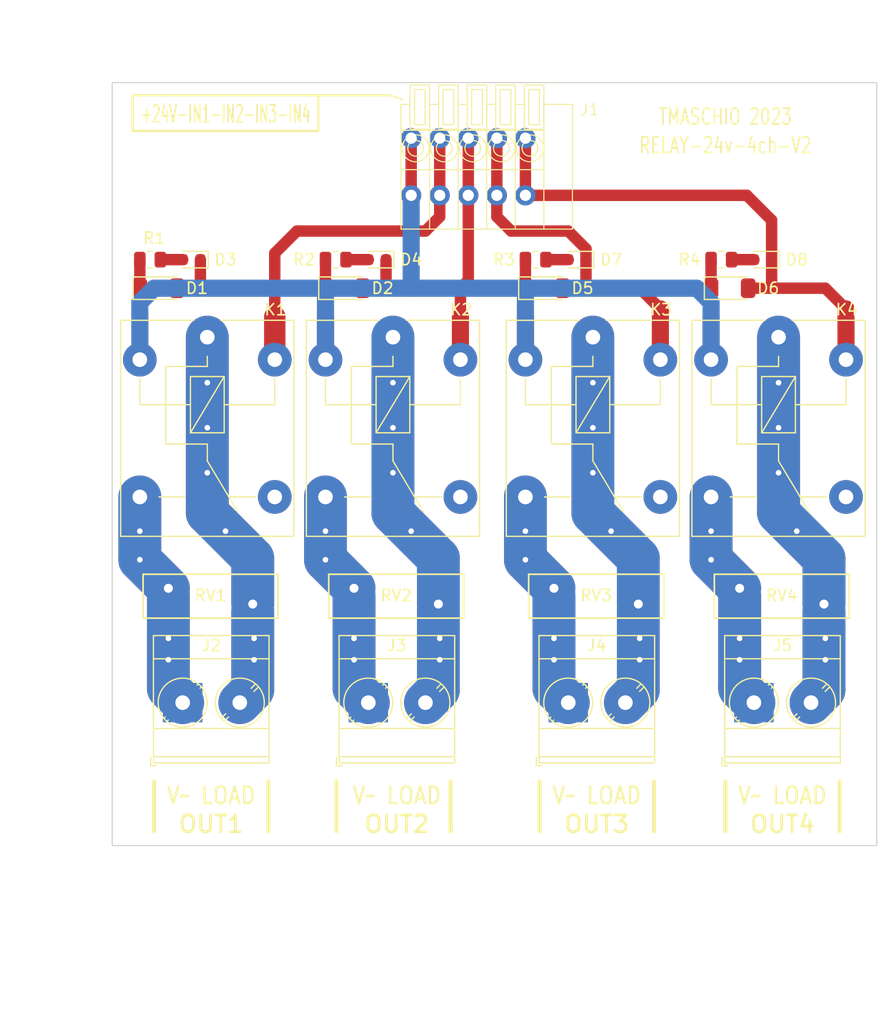
<source format=kicad_pcb>
(kicad_pcb (version 20221018) (generator pcbnew)
  (title_block (title "ESP 8 Relay Module"))
  (layers (0 "F.Cu" signal) (31 "B.Cu" signal) (34 "B.Paste" user) (35 "F.Paste" user) (36 "B.SilkS" user "B.Silkscreen") (37 "F.SilkS" user "F.Silkscreen") (38 "B.Mask" user) (39 "F.Mask" user) (44 "Edge.Cuts" user))
  (net 0 "")
  (net 1 "Net-(D1-A)")
  (net 2 "+24V")
  (net 3 "Net-(D2-A)")
  (net 4 "Net-(D3-A)")
  (net 5 "Net-(D4-A)")
  (net 6 "Net-(D5-A)")
  (net 7 "Net-(D6-A)")
  (net 8 "Net-(D7-A)")
  (net 9 "Net-(D8-A)")
  (net 10 "Net-(J2-Pin_1)")
  (net 11 "Net-(J2-Pin_2)")
  (net 12 "Net-(J3-Pin_1)")
  (net 13 "Net-(J3-Pin_2)")
  (net 14 "Net-(J4-Pin_1)")
  (net 15 "Net-(J4-Pin_2)")
  (net 16 "Net-(J5-Pin_1)")
  (net 17 "Net-(J5-Pin_2)")
  (footprint "Tales:R_0805_2012Metric" (layer "F.Cu") (at 134.2625 73.66)
    (fp_text reference "R3" (at -2.8175 0) (layer "F.SilkS"))
    (fp_text value "4k7/0,125W/0805")
    (pad "1" smd roundrect (at -0.9125 0) (size 1.025 1.4) (layers "F.Cu" "F.Paste" "F.Mask") (roundrect_rratio 0.243902439) (net 2 "+24V"))
    (pad "2" smd roundrect (at 0.9125 0) (size 1.025 1.4) (layers "F.Cu" "F.Paste" "F.Mask") (roundrect_rratio 0.243902439) (net 8 "Net-(D7-A)"))
  )
  (footprint "Relay_THT:Relay_SPDT_Finder_36.11" (layer "F.Cu") (at 121.57 80.55 -90)
    (fp_text reference "K2" (at -2.445 -6.065 -180) (layer "F.SilkS"))
    (fp_text value "SRD-DC24V-SL-C")
    (pad "11" thru_hole circle (at 0 0 270) (size 3 3) (drill 1.3) (layers "*.Cu" "*.Mask") (net 13 "Net-(J3-Pin_2)"))
    (pad "12" thru_hole circle (at 14.2 -6 270) (size 3 3) (drill 1.3) (layers "*.Cu" "*.Mask"))
    (pad "14" thru_hole circle (at 14.2 6 270) (size 3 3) (drill 1.3) (layers "*.Cu" "*.Mask") (net 12 "Net-(J3-Pin_1)"))
    (pad "A1" thru_hole circle (at 2 6 270) (size 3 3) (drill 1.3) (layers "*.Cu" "*.Mask") (net 2 "+24V"))
    (pad "A2" thru_hole circle (at 2 -6 270) (size 3 3) (drill 1.3) (layers "*.Cu" "*.Mask") (net 3 "Net-(D2-A)"))
  )
  (footprint "Tales:D_SOD-123" (layer "F.Cu") (at 117.22 76.2)
    (fp_text reference "D2" (at 3.43 0) (layer "F.SilkS"))
    (fp_text value "1N4148/SOD-123")
    (pad "1" smd roundrect (at -1.65 0) (size 1.3 1.75) (layers "F.Cu" "F.Paste" "F.Mask") (net 2 "+24V"))
    (pad "2" smd roundrect (at 1.65 0) (size 1.3 1.75) (layers "F.Cu" "F.Paste" "F.Mask") (net 3 "Net-(D2-A)"))
  )
  (footprint "Tales:LED_0603_1608Metric" (layer "F.Cu") (at 154.4575 73.66 180)
    (fp_text reference "D8" (at -3.0225 0) (layer "F.SilkS"))
    (fp_text value "GREEN/0603")
    (pad "1" smd roundrect (at -0.7875 0 180) (size 0.875 0.95) (layers "F.Cu" "F.Paste" "F.Mask") (net 7 "Net-(D6-A)"))
    (pad "2" smd roundrect (at 0.7875 0 180) (size 0.875 0.95) (layers "F.Cu" "F.Paste" "F.Mask") (net 9 "Net-(D8-A)"))
  )
  (footprint "Tales:TerminalBlock_Phoenix_MKDS-3-2-5.08_1x02_P5.08mm_Horizontal" (layer "F.Cu") (at 119.38 113.03)
    (fp_text reference "J3" (at 2.54 -5.08) (layer "F.SilkS"))
    (fp_text value "OUT2")
    (pad "1" thru_hole rect (at 0 0) (size 3.5 3.5) (drill 1.3) (layers "*.Cu" "*.Mask") (net 12 "Net-(J3-Pin_1)"))
    (pad "2" thru_hole circle (at 5.08 0) (size 3.5 3.5) (drill 1.3) (layers "*.Cu" "*.Mask") (net 13 "Net-(J3-Pin_2)"))
  )
  (footprint "Tales:R_0805_2012Metric" (layer "F.Cu") (at 150.7725 73.66)
    (fp_text reference "R4" (at -2.8175 0) (layer "F.SilkS"))
    (fp_text value "4k7/0,125W/0805")
    (pad "1" smd roundrect (at -0.9125 0) (size 1.025 1.4) (layers "F.Cu" "F.Paste" "F.Mask") (roundrect_rratio 0.243902439) (net 2 "+24V"))
    (pad "2" smd roundrect (at 0.9125 0) (size 1.025 1.4) (layers "F.Cu" "F.Paste" "F.Mask") (roundrect_rratio 0.243902439) (net 9 "Net-(D8-A)"))
  )
  (footprint "Tales:LED_0603_1608Metric" (layer "F.Cu") (at 103.6575 73.66 180)
    (fp_text reference "D3" (at -3.0225 0) (layer "F.SilkS"))
    (fp_text value "GREEN/0603")
    (pad "1" smd roundrect (at -0.7875 0 180) (size 0.875 0.95) (layers "F.Cu" "F.Paste" "F.Mask") (net 1 "Net-(D1-A)"))
    (pad "2" smd roundrect (at 0.7875 0 180) (size 0.875 0.95) (layers "F.Cu" "F.Paste" "F.Mask") (net 4 "Net-(D3-A)"))
  )
  (footprint "Tales:R_0805_2012Metric" (layer "F.Cu") (at 116.4825 73.66)
    (fp_text reference "R2" (at -2.8175 0) (layer "F.SilkS"))
    (fp_text value "4k7/0,125W/0805")
    (pad "1" smd roundrect (at -0.9125 0) (size 1.025 1.4) (layers "F.Cu" "F.Paste" "F.Mask") (roundrect_rratio 0.243902439) (net 2 "+24V"))
    (pad "2" smd roundrect (at 0.9125 0) (size 1.025 1.4) (layers "F.Cu" "F.Paste" "F.Mask") (roundrect_rratio 0.243902439) (net 5 "Net-(D4-A)"))
  )
  (footprint "Tales:D_SOD-123" (layer "F.Cu") (at 100.71 76.2)
    (fp_text reference "D1" (at 3.43 0) (layer "F.SilkS"))
    (fp_text value "1N4148/SOD-123")
    (pad "1" smd roundrect (at -1.65 0) (size 1.3 1.75) (layers "F.Cu" "F.Paste" "F.Mask") (net 2 "+24V"))
    (pad "2" smd roundrect (at 1.65 0) (size 1.3 1.75) (layers "F.Cu" "F.Paste" "F.Mask") (net 1 "Net-(D1-A)"))
  )
  (footprint "Tales:RV_Disc_D12mm_W3.9mm_P7.5mm" (layer "F.Cu") (at 101.6 102.87)
    (fp_text reference "RV1" (at 3.75 0.635) (layer "F.SilkS"))
    (fp_text value "250VAC")
    (pad "1" thru_hole circle (at 0 0) (size 2.5 2.5) (drill 0.8) (layers "*.Cu" "*.Mask") (net 10 "Net-(J2-Pin_1)"))
    (pad "2" thru_hole circle (at 7.5 1.4) (size 2.5 2.5) (drill 0.8) (layers "*.Cu" "*.Mask") (net 11 "Net-(J2-Pin_2)"))
  )
  (footprint "Relay_THT:Relay_SPDT_Finder_36.11" (layer "F.Cu") (at 139.35 80.55 -90)
    (fp_text reference "K3" (at -2.445 -6.065 -180) (layer "F.SilkS"))
    (fp_text value "SRD-DC24V-SL-C")
    (pad "11" thru_hole circle (at 0 0 270) (size 3 3) (drill 1.3) (layers "*.Cu" "*.Mask") (net 15 "Net-(J4-Pin_2)"))
    (pad "12" thru_hole circle (at 14.2 -6 270) (size 3 3) (drill 1.3) (layers "*.Cu" "*.Mask"))
    (pad "14" thru_hole circle (at 14.2 6 270) (size 3 3) (drill 1.3) (layers "*.Cu" "*.Mask") (net 14 "Net-(J4-Pin_1)"))
    (pad "A1" thru_hole circle (at 2 6 270) (size 3 3) (drill 1.3) (layers "*.Cu" "*.Mask") (net 2 "+24V"))
    (pad "A2" thru_hole circle (at 2 -6 270) (size 3 3) (drill 1.3) (layers "*.Cu" "*.Mask") (net 6 "Net-(D5-A)"))
  )
  (footprint "Tales:TerminalBlock_Phoenix_MKDS-3-2-5.08_1x02_P5.08mm_Horizontal" (layer "F.Cu") (at 153.67 113.03)
    (fp_text reference "J5" (at 2.54 -5.08) (layer "F.SilkS"))
    (fp_text value "OUT4")
    (pad "1" thru_hole rect (at 0 0) (size 3.5 3.5) (drill 1.3) (layers "*.Cu" "*.Mask") (net 16 "Net-(J5-Pin_1)"))
    (pad "2" thru_hole circle (at 5.08 0) (size 3.5 3.5) (drill 1.3) (layers "*.Cu" "*.Mask") (net 17 "Net-(J5-Pin_2)"))
  )
  (footprint "Tales:D_SOD-123" (layer "F.Cu") (at 135 76.2)
    (fp_text reference "D5" (at 3.43 0) (layer "F.SilkS"))
    (fp_text value "1N4148/SOD-123")
    (pad "1" smd roundrect (at -1.65 0) (size 1.3 1.75) (layers "F.Cu" "F.Paste" "F.Mask") (net 2 "+24V"))
    (pad "2" smd roundrect (at 1.65 0) (size 1.3 1.75) (layers "F.Cu" "F.Paste" "F.Mask") (net 6 "Net-(D5-A)"))
  )
  (footprint "Tales:TerminalBlock_DG141V-2.54-5P_1x05_P2.54mm_Vertical" (layer "F.Cu") (at 133.35 62.865 180)
    (fp_text reference "J1" (at -5.715 2.54 unlocked) (layer "F.SilkS") (effects (font (thickness 0.1))))
    (fp_text value "Conn_01x05")
    (pad "1" thru_hole circle (at 0 -5.08 180) (size 1.8 1.8) (drill 1) (layers "*.Cu" "*.Mask") (net 7 "Net-(D6-A)"))
    (pad "1" thru_hole circle (at 0 0 180) (size 1.8 1.8) (drill 1) (layers "*.Cu" "*.Mask") (net 7 "Net-(D6-A)"))
    (pad "2" thru_hole circle (at 2.54 -5.08 180) (size 1.8 1.8) (drill 1) (layers "*.Cu" "*.Mask") (net 6 "Net-(D5-A)"))
    (pad "2" thru_hole circle (at 2.54 0 180) (size 1.8 1.8) (drill 1) (layers "*.Cu" "*.Mask") (net 6 "Net-(D5-A)"))
    (pad "3" thru_hole circle (at 5.08 -5.08 180) (size 1.8 1.8) (drill 1) (layers "*.Cu" "*.Mask") (net 3 "Net-(D2-A)"))
    (pad "3" thru_hole circle (at 5.08 0 180) (size 1.8 1.8) (drill 1) (layers "*.Cu" "*.Mask") (net 3 "Net-(D2-A)"))
    (pad "4" thru_hole circle (at 7.62 -5.08 180) (size 1.8 1.8) (drill 1) (layers "*.Cu" "*.Mask") (net 1 "Net-(D1-A)"))
    (pad "4" thru_hole circle (at 7.62 0 180) (size 1.8 1.8) (drill 1) (layers "*.Cu" "*.Mask") (net 1 "Net-(D1-A)"))
    (pad "5" thru_hole circle (at 10.16 -5.08 180) (size 1.8 1.8) (drill 1) (layers "*.Cu" "*.Mask") (net 2 "+24V"))
    (pad "5" thru_hole circle (at 10.16 0 180) (size 1.8 1.8) (drill 1) (layers "*.Cu" "*.Mask") (net 2 "+24V"))
  )
  (footprint "Tales:TerminalBlock_Phoenix_MKDS-3-2-5.08_1x02_P5.08mm_Horizontal" (layer "F.Cu") (at 102.87 113.03)
    (fp_text reference "J2" (at 2.54 -5.08) (layer "F.SilkS"))
    (fp_text value "OUT1")
    (pad "1" thru_hole rect (at 0 0) (size 3.5 3.5) (drill 1.3) (layers "*.Cu" "*.Mask") (net 10 "Net-(J2-Pin_1)"))
    (pad "2" thru_hole circle (at 5.08 0) (size 3.5 3.5) (drill 1.3) (layers "*.Cu" "*.Mask") (net 11 "Net-(J2-Pin_2)"))
  )
  (footprint "Tales:LED_0603_1608Metric" (layer "F.Cu") (at 120.1675 73.66 180)
    (fp_text reference "D4" (at -3.0225 0) (layer "F.SilkS"))
    (fp_text value "GREEN/0603")
    (pad "1" smd roundrect (at -0.7875 0 180) (size 0.875 0.95) (layers "F.Cu" "F.Paste" "F.Mask") (net 3 "Net-(D2-A)"))
    (pad "2" smd roundrect (at 0.7875 0 180) (size 0.875 0.95) (layers "F.Cu" "F.Paste" "F.Mask") (net 5 "Net-(D4-A)"))
  )
  (footprint "Tales:RV_Disc_D12mm_W3.9mm_P7.5mm" (layer "F.Cu") (at 152.4 102.87)
    (fp_text reference "RV4" (at 3.75 0.635) (layer "F.SilkS"))
    (fp_text value "250VAC")
    (pad "1" thru_hole circle (at 0 0) (size 2.5 2.5) (drill 0.8) (layers "*.Cu" "*.Mask") (net 16 "Net-(J5-Pin_1)"))
    (pad "2" thru_hole circle (at 7.5 1.4) (size 2.5 2.5) (drill 0.8) (layers "*.Cu" "*.Mask") (net 17 "Net-(J5-Pin_2)"))
  )
  (footprint "Tales:RV_Disc_D12mm_W3.9mm_P7.5mm" (layer "F.Cu") (at 118.11 102.87)
    (fp_text reference "RV2" (at 3.75 0.635) (layer "F.SilkS"))
    (fp_text value "250VAC")
    (pad "1" thru_hole circle (at 0 0) (size 2.5 2.5) (drill 0.8) (layers "*.Cu" "*.Mask") (net 12 "Net-(J3-Pin_1)"))
    (pad "2" thru_hole circle (at 7.5 1.4) (size 2.5 2.5) (drill 0.8) (layers "*.Cu" "*.Mask") (net 13 "Net-(J3-Pin_2)"))
  )
  (footprint "Tales:D_SOD-123" (layer "F.Cu") (at 151.51 76.2)
    (fp_text reference "D6" (at 3.43 0) (layer "F.SilkS"))
    (fp_text value "1N4148/SOD-123")
    (pad "1" smd roundrect (at -1.65 0) (size 1.3 1.75) (layers "F.Cu" "F.Paste" "F.Mask") (net 2 "+24V"))
    (pad "2" smd roundrect (at 1.65 0) (size 1.3 1.75) (layers "F.Cu" "F.Paste" "F.Mask") (net 7 "Net-(D6-A)"))
  )
  (footprint "Relay_THT:Relay_SPDT_Finder_36.11" (layer "F.Cu") (at 105.06 80.55 -90)
    (fp_text reference "K1" (at -2.445 -6.065 -180) (layer "F.SilkS"))
    (fp_text value "SRD-DC24V-SL-C")
    (pad "11" thru_hole circle (at 0 0 270) (size 3 3) (drill 1.3) (layers "*.Cu" "*.Mask") (net 11 "Net-(J2-Pin_2)"))
    (pad "12" thru_hole circle (at 14.2 -6 270) (size 3 3) (drill 1.3) (layers "*.Cu" "*.Mask"))
    (pad "14" thru_hole circle (at 14.2 6 270) (size 3 3) (drill 1.3) (layers "*.Cu" "*.Mask") (net 10 "Net-(J2-Pin_1)"))
    (pad "A1" thru_hole circle (at 2 6 270) (size 3 3) (drill 1.3) (layers "*.Cu" "*.Mask") (net 2 "+24V"))
    (pad "A2" thru_hole circle (at 2 -6 270) (size 3 3) (drill 1.3) (layers "*.Cu" "*.Mask") (net 1 "Net-(D1-A)"))
  )
  (footprint "Tales:RV_Disc_D12mm_W3.9mm_P7.5mm" (layer "F.Cu") (at 135.89 102.87)
    (fp_text reference "RV3" (at 3.75 0.635) (layer "F.SilkS"))
    (fp_text value "250VAC")
    (pad "1" thru_hole circle (at 0 0) (size 2.5 2.5) (drill 0.8) (layers "*.Cu" "*.Mask") (net 14 "Net-(J4-Pin_1)"))
    (pad "2" thru_hole circle (at 7.5 1.4) (size 2.5 2.5) (drill 0.8) (layers "*.Cu" "*.Mask") (net 15 "Net-(J4-Pin_2)"))
  )
  (footprint "Tales:R_0805_2012Metric" (layer "F.Cu") (at 99.9725 73.66)
    (fp_text reference "R1" (at 0.3575 -1.905) (layer "F.SilkS"))
    (fp_text value "4k7/0,125W/0805")
    (pad "1" smd roundrect (at -0.9125 0) (size 1.025 1.4) (layers "F.Cu" "F.Paste" "F.Mask") (roundrect_rratio 0.243902439) (net 2 "+24V"))
    (pad "2" smd roundrect (at 0.9125 0) (size 1.025 1.4) (layers "F.Cu" "F.Paste" "F.Mask") (roundrect_rratio 0.243902439) (net 4 "Net-(D3-A)"))
  )
  (footprint "Tales:TerminalBlock_Phoenix_MKDS-3-2-5.08_1x02_P5.08mm_Horizontal" (layer "F.Cu") (at 137.16 113.03)
    (fp_text reference "J4" (at 2.54 -5.08) (layer "F.SilkS"))
    (fp_text value "OUT3")
    (pad "1" thru_hole rect (at 0 0) (size 3.5 3.5) (drill 1.3) (layers "*.Cu" "*.Mask") (net 14 "Net-(J4-Pin_1)"))
    (pad "2" thru_hole circle (at 5.08 0) (size 3.5 3.5) (drill 1.3) (layers "*.Cu" "*.Mask") (net 15 "Net-(J4-Pin_2)"))
  )
  (footprint "Tales:LED_0603_1608Metric" (layer "F.Cu") (at 137.9475 73.66 180)
    (fp_text reference "D7" (at -3.0225 0) (layer "F.SilkS"))
    (fp_text value "GREEN/0603")
    (pad "1" smd roundrect (at -0.7875 0 180) (size 0.875 0.95) (layers "F.Cu" "F.Paste" "F.Mask") (net 6 "Net-(D5-A)"))
    (pad "2" smd roundrect (at 0.7875 0 180) (size 0.875 0.95) (layers "F.Cu" "F.Paste" "F.Mask") (net 8 "Net-(D7-A)"))
  )
  (footprint "Relay_THT:Relay_SPDT_Finder_36.11" (layer "F.Cu") (at 155.86 80.55 -90)
    (fp_text reference "K4" (at -2.445 -6.065 -180) (layer "F.SilkS"))
    (fp_text value "SRD-DC24V-SL-C")
    (pad "11" thru_hole circle (at 0 0 270) (size 3 3) (drill 1.3) (layers "*.Cu" "*.Mask") (net 17 "Net-(J5-Pin_2)"))
    (pad "12" thru_hole circle (at 14.2 -6 270) (size 3 3) (drill 1.3) (layers "*.Cu" "*.Mask"))
    (pad "14" thru_hole circle (at 14.2 6 270) (size 3 3) (drill 1.3) (layers "*.Cu" "*.Mask") (net 16 "Net-(J5-Pin_1)"))
    (pad "A1" thru_hole circle (at 2 6 270) (size 3 3) (drill 1.3) (layers "*.Cu" "*.Mask") (net 2 "+24V"))
    (pad "A2" thru_hole circle (at 2 -6 270) (size 3 3) (drill 1.3) (layers "*.Cu" "*.Mask") (net 7 "Net-(D6-A)"))
  )
  (gr_line (start 114.935 59.055) (end 114.935 62.23) (stroke (width 0.2)) (layer "F.SilkS"))
  (gr_line (start 134.62 120.015) (end 134.62 124.46) (stroke (width 0.35)) (layer "F.SilkS"))
  (gr_line (start 144.78 120.015) (end 144.78 124.46) (stroke (width 0.35)) (layer "F.SilkS"))
  (gr_line (start 151.13 120.015) (end 151.13 124.46) (stroke (width 0.35)) (layer "F.SilkS"))
  (gr_line (start 98.425 62.23) (end 98.425 59.055) (stroke (width 0.2)) (layer "F.SilkS"))
  (gr_line (start 121.285 59.055) (end 122.428 59.436) (stroke (width 0.15)) (layer "F.SilkS"))
  (gr_line (start 98.425 59.055) (end 121.285 59.055) (stroke (width 0.2)) (layer "F.SilkS"))
  (gr_line (start 110.49 120.015) (end 110.49 124.46) (stroke (width 0.35)) (layer "F.SilkS"))
  (gr_line (start 114.935 62.23) (end 98.425 62.23) (stroke (width 0.2)) (layer "F.SilkS"))
  (gr_line (start 126.7 120.015) (end 126.7 124.46) (stroke (width 0.35)) (layer "F.SilkS"))
  (gr_line (start 100.33 120.015) (end 100.33 124.46) (stroke (width 0.35)) (layer "F.SilkS"))
  (gr_line (start 161.29 120.015) (end 161.29 124.46) (stroke (width 0.35)) (layer "F.SilkS"))
  (gr_line (start 116.54 120.015) (end 116.54 124.46) (stroke (width 0.35)) (layer "F.SilkS"))
  (gr_rect (start 96.6 57.93) (end 164.6 125.73) (stroke (width 0.1)) (fill none) (layer "Edge.Cuts"))
  (gr_text "OUT2" (at 121.92 123.825) (layer "F.SilkS") (effects (font (size 1.5 1.5) (thickness 0.25))))
  (gr_text "OUT1" (at 105.41 123.825) (layer "F.SilkS") (effects (font (size 1.5 1.5) (thickness 0.25))))
  (gr_text "OUT3" (at 139.7 123.825) (layer "F.SilkS") (effects (font (size 1.5 1.5) (thickness 0.25))))
  (gr_text "OUT4" (at 156.21 123.825) (layer "F.SilkS") (effects (font (size 1.5 1.5) (thickness 0.25))))
  (gr_text "RELAY-24v-4ch-V2" (at 151.13 63.5) (layer "F.SilkS") (effects (font (size 1.4 1))))
  (gr_text "TMASCHIO 2023" (at 151.13 60.96) (layer "F.SilkS") (effects (font (size 1.4 1))))
  (gr_text "+24V-IN1-IN2-IN3-IN4" (at 99.06 61.595) (layer "F.SilkS") (effects (font (size 1.5 0.8) (thickness 0.15) bold) (justify left bottom)))
  (gr_text "V~ LOAD" (at 121.92 121.285) (layer "F.SilkS") (effects (font (size 1.5 1.3) (thickness 0.2))))
  (gr_text "V~ LOAD" (at 156.21 121.285) (layer "F.SilkS") (effects (font (size 1.5 1.3) (thickness 0.2))))
  (gr_text "V~ LOAD" (at 105.41 121.285) (layer "F.SilkS") (effects (font (size 1.5 1.3) (thickness 0.2))))
  (gr_text "V~ LOAD" (at 139.7 121.285) (layer "F.SilkS") (effects (font (size 1.5 1.3) (thickness 0.2))))
  (segment (start 125.73 69.85) (end 124.46 71.12) (width 1.016) (layer "F.Cu") (net 1))
  (segment (start 102.36 76.2) (end 104.445 76.2) (width 1.016) (layer "F.Cu") (net 1))
  (segment (start 111.06 82.55) (end 111.06 78.74) (width 1.905) (layer "F.Cu") (net 1))
  (segment (start 113.03 71.12) (end 111.06 73.09) (width 1.016) (layer "F.Cu") (net 1))
  (segment (start 104.445 76.2) (end 111.06 76.2) (width 1.016) (layer "F.Cu") (net 1))
  (segment (start 125.73 67.945) (end 125.73 69.85) (width 1.016) (layer "F.Cu") (net 1))
  (segment (start 125.73 67.945) (end 125.73 62.865) (width 1.016) (layer "F.Cu") (net 1))
  (segment (start 104.445 73.66) (end 104.445 76.2) (width 1.016) (layer "F.Cu") (net 1))
  (segment (start 111.06 76.2) (end 111.06 78.74) (width 1.016) (layer "F.Cu") (net 1))
  (segment (start 111.06 73.09) (end 111.06 76.2) (width 1.016) (layer "F.Cu") (net 1))
  (segment (start 124.46 71.12) (end 113.03 71.12) (width 1.016) (layer "F.Cu") (net 1))
  (segment (start 149.86 76.2) (end 149.86 78.74) (width 1.016) (layer "F.Cu") (net 2))
  (segment (start 99.06 73.66) (end 99.06 76.2) (width 1.016) (layer "F.Cu") (net 2))
  (segment (start 133.35 76.2) (end 133.35 78.74) (width 1.016) (layer "F.Cu") (net 2))
  (segment (start 133.35 73.66) (end 133.35 76.2) (width 1.016) (layer "F.Cu") (net 2))
  (segment (start 149.86 73.66) (end 149.86 76.2) (width 1.016) (layer "F.Cu") (net 2))
  (segment (start 99.06 78.74) (end 99.06 82.55) (width 1.524) (layer "F.Cu") (net 2))
  (segment (start 115.57 73.66) (end 115.57 76.2) (width 1.016) (layer "F.Cu") (net 2))
  (segment (start 115.57 76.2) (end 115.57 78.74) (width 1.016) (layer "F.Cu") (net 2))
  (segment (start 123.19 67.945) (end 123.19 62.865) (width 1.016) (layer "F.Cu") (net 2))
  (segment (start 99.06 76.2) (end 99.06 78.74) (width 1.016) (layer "F.Cu") (net 2))
  (segment (start 115.57 78.74) (end 115.57 82.55) (width 1.524) (layer "F.Cu") (net 2))
  (segment (start 149.86 78.74) (end 149.86 82.55) (width 1.524) (layer "F.Cu") (net 2))
  (segment (start 133.35 78.74) (end 133.35 82.55) (width 1.524) (layer "F.Cu") (net 2))
  (segment (start 99.06 82.55) (end 99.06 77.47) (width 1.524) (layer "B.Cu") (net 2))
  (segment (start 149.86 77.47) (end 149.86 82.55) (width 1.524) (layer "B.Cu") (net 2))
  (segment (start 99.06 77.47) (end 100.33 76.2) (width 1.524) (layer "B.Cu") (net 2))
  (segment (start 100.33 76.2) (end 123.19 76.2) (width 1.524) (layer "B.Cu") (net 2))
  (segment (start 115.57 82.55) (end 115.57 76.2) (width 1.524) (layer "B.Cu") (net 2))
  (segment (start 123.19 76.2) (end 148.59 76.2) (width 1.524) (layer "B.Cu") (net 2))
  (segment (start 133.35 82.55) (end 133.35 76.2) (width 1.524) (layer "B.Cu") (net 2))
  (segment (start 123.19 67.945) (end 123.19 76.2) (width 1.524) (layer "B.Cu") (net 2))
  (segment (start 148.59 76.2) (end 149.86 77.47) (width 1.524) (layer "B.Cu") (net 2))
  (segment (start 118.87 76.2) (end 120.955 76.2) (width 1.016) (layer "F.Cu") (net 3))
  (segment (start 128.27 75.5) (end 127.57 76.2) (width 1.016) (layer "F.Cu") (net 3))
  (segment (start 128.27 67.945) (end 128.27 75.5) (width 1.016) (layer "F.Cu") (net 3))
  (segment (start 127.57 76.2) (end 127.57 78.74) (width 1.016) (layer "F.Cu") (net 3))
  (segment (start 120.955 73.66) (end 120.955 76.2) (width 1.016) (layer "F.Cu") (net 3))
  (segment (start 128.27 67.945) (end 128.27 62.865) (width 1.016) (layer "F.Cu") (net 3))
  (segment (start 120.955 76.2) (end 127.57 76.2) (width 1.016) (layer "F.Cu") (net 3))
  (segment (start 127.57 82.55) (end 127.57 78.74) (width 1.524) (layer "F.Cu") (net 3))
  (segment (start 102.87 73.66) (end 100.885 73.66) (width 1.016) (layer "F.Cu") (net 4))
  (segment (start 119.38 73.66) (end 117.395 73.66) (width 1.016) (layer "F.Cu") (net 5))
  (segment (start 136.65 76.2) (end 138.735 76.2) (width 1.016) (layer "F.Cu") (net 6))
  (segment (start 132.08 71.12) (end 137.16 71.12) (width 1.016) (layer "F.Cu") (net 6))
  (segment (start 138.735 73.66) (end 138.735 76.2) (width 1.016) (layer "F.Cu") (net 6))
  (segment (start 138.735 73.66) (end 138.735 72.695) (width 1.016) (layer "F.Cu") (net 6))
  (segment (start 130.81 67.945) (end 130.81 69.85) (width 1.016) (layer "F.Cu") (net 6))
  (segment (start 130.81 67.945) (end 130.81 62.865) (width 1.016) (layer "F.Cu") (net 6))
  (segment (start 138.735 72.695) (end 137.16 71.12) (width 1.016) (layer "F.Cu") (net 6))
  (segment (start 138.735 76.2) (end 143.51 76.2) (width 1.016) (layer "F.Cu") (net 6))
  (segment (start 130.81 69.85) (end 132.08 71.12) (width 1.016) (layer "F.Cu") (net 6))
  (segment (start 143.51 76.2) (end 145.35 78.04) (width 1.016) (layer "F.Cu") (net 6))
  (segment (start 145.35 78.04) (end 145.35 82.55) (width 1.524) (layer "F.Cu") (net 6))
  (segment (start 160.02 76.2) (end 161.86 78.04) (width 1.016) (layer "F.Cu") (net 7))
  (segment (start 155.245 73.66) (end 155.245 76.2) (width 1.016) (layer "F.Cu") (net 7))
  (segment (start 153.16 76.2) (end 155.245 76.2) (width 1.016) (layer "F.Cu") (net 7))
  (segment (start 155.245 70.155) (end 155.245 73.66) (width 1.016) (layer "F.Cu") (net 7))
  (segment (start 133.35 67.945) (end 153.035 67.945) (width 1.016) (layer "F.Cu") (net 7))
  (segment (start 133.35 67.945) (end 133.35 62.865) (width 1.016) (layer "F.Cu") (net 7))
  (segment (start 155.245 76.2) (end 160.02 76.2) (width 1.016) (layer "F.Cu") (net 7))
  (segment (start 153.035 67.945) (end 155.245 70.155) (width 1.016) (layer "F.Cu") (net 7))
  (segment (start 161.86 78.04) (end 161.86 82.55) (width 1.524) (layer "F.Cu") (net 7))
  (segment (start 137.16 73.66) (end 135.175 73.66) (width 1.016) (layer "F.Cu") (net 8))
  (segment (start 153.67 73.66) (end 151.685 73.66) (width 1.016) (layer "F.Cu") (net 9))
  (segment (start 101.6 111.76) (end 102.87 113.03) (width 3.81) (layer "F.Cu") (net 10))
  (segment (start 101.6 102.87) (end 99.06 100.33) (width 3.81) (layer "F.Cu") (net 10))
  (segment (start 99.06 100.33) (end 99.06 94.75) (width 3.81) (layer "F.Cu") (net 10))
  (segment (start 101.6 103.505) (end 101.6 111.76) (width 3.81) (layer "F.Cu") (net 10))
  (via (at 101.6 107.315) (size 1.3) (drill 0.5) (layers "F.Cu" "B.Cu") (net 10))
  (via (at 101.6 109.22) (size 1.3) (drill 0.5) (layers "F.Cu" "B.Cu") (net 10))
  (via (at 99.06 100.33) (size 1.3) (drill 0.5) (layers "F.Cu" "B.Cu") (net 10))
  (via (at 99.06 97.79) (size 1.3) (drill 0.5) (layers "F.Cu" "B.Cu") (net 10))
  (segment (start 101.6 102.87) (end 99.06 100.33) (width 3.81) (layer "B.Cu") (net 10))
  (segment (start 99.06 100.33) (end 99.06 94.75) (width 3.81) (layer "B.Cu") (net 10))
  (segment (start 101.6 103.505) (end 101.6 111.76) (width 3.81) (layer "B.Cu") (net 10))
  (segment (start 101.6 111.76) (end 102.87 113.03) (width 3.81) (layer "B.Cu") (net 10))
  (segment (start 109.1 111.88) (end 107.95 113.03) (width 3.81) (layer "F.Cu") (net 11))
  (segment (start 109.1 104.905) (end 109.1 111.88) (width 3.81) (layer "F.Cu") (net 11))
  (segment (start 105.06 80.55) (end 105.06 96.17) (width 3.81) (layer "F.Cu") (net 11))
  (segment (start 109.1 100.21) (end 105.06 96.17) (width 3.81) (layer "F.Cu") (net 11))
  (segment (start 109.1 104.27) (end 109.1 100.21) (width 3.81) (layer "F.Cu") (net 11))
  (via (at 105.06 88.6) (size 1.3) (drill 0.5) (layers "F.Cu" "B.Cu") (net 11))
  (via (at 106.68 97.79) (size 1.3) (drill 0.5) (layers "F.Cu" "B.Cu") (net 11))
  (via (at 105.06 92.6) (size 1.3) (drill 0.5) (layers "F.Cu" "B.Cu") (net 11))
  (via (at 109.22 109.219999) (size 1.3) (drill 0.5) (layers "F.Cu" "B.Cu") (net 11))
  (via (at 105.06 84.6) (size 1.3) (drill 0.5) (layers "F.Cu" "B.Cu") (net 11))
  (via (at 109.22 107.315) (size 1.3) (drill 0.5) (layers "F.Cu" "B.Cu") (net 11))
  (segment (start 109.1 104.27) (end 109.1 100.21) (width 3.81) (layer "B.Cu") (net 11))
  (segment (start 109.1 104.905) (end 109.1 111.88) (width 3.81) (layer "B.Cu") (net 11))
  (segment (start 109.1 100.21) (end 105.06 96.17) (width 3.81) (layer "B.Cu") (net 11))
  (segment (start 105.06 96.17) (end 105.06 80.55) (width 3.81) (layer "B.Cu") (net 11))
  (segment (start 109.1 111.88) (end 107.95 113.03) (width 3.81) (layer "B.Cu") (net 11))
  (segment (start 118.11 102.87) (end 115.57 100.33) (width 3.81) (layer "F.Cu") (net 12))
  (segment (start 118.11 103.505) (end 118.11 111.76) (width 3.81) (layer "F.Cu") (net 12))
  (segment (start 118.11 111.76) (end 119.38 113.03) (width 3.81) (layer "F.Cu") (net 12))
  (segment (start 115.57 100.33) (end 115.57 94.75) (width 3.81) (layer "F.Cu") (net 12))
  (via (at 118.11 109.22) (size 1.3) (drill 0.5) (layers "F.Cu" "B.Cu") (net 12))
  (via (at 115.57 97.79) (size 1.3) (drill 0.5) (layers "F.Cu" "B.Cu") (net 12))
  (via (at 118.11 107.315) (size 1.3) (drill 0.5) (layers "F.Cu" "B.Cu") (net 12))
  (via (at 115.57 100.33) (size 1.3) (drill 0.5) (layers "F.Cu" "B.Cu") (net 12))
  (segment (start 115.57 100.33) (end 115.57 94.75) (width 3.81) (layer "B.Cu") (net 12))
  (segment (start 118.11 111.76) (end 119.38 113.03) (width 3.81) (layer "B.Cu") (net 12))
  (segment (start 118.11 103.505) (end 118.11 111.76) (width 3.81) (layer "B.Cu") (net 12))
  (segment (start 118.11 102.87) (end 115.57 100.33) (width 3.81) (layer "B.Cu") (net 12))
  (segment (start 125.61 104.27) (end 125.61 100.21) (width 3.81) (layer "F.Cu") (net 13))
  (segment (start 125.61 111.88) (end 124.46 113.03) (width 3.81) (layer "F.Cu") (net 13))
  (segment (start 125.61 100.21) (end 121.57 96.17) (width 3.81) (layer "F.Cu") (net 13))
  (segment (start 121.57 80.55) (end 121.57 96.17) (width 3.81) (layer "F.Cu") (net 13))
  (segment (start 125.61 104.905) (end 125.61 111.88) (width 3.81) (layer "F.Cu") (net 13))
  (via (at 121.57 92.6) (size 1.3) (drill 0.5) (layers "F.Cu" "B.Cu") (net 13))
  (via (at 125.73 107.315) (size 1.3) (drill 0.5) (layers "F.Cu" "B.Cu") (net 13))
  (via (at 121.57 84.6) (size 1.3) (drill 0.5) (layers "F.Cu" "B.Cu") (net 13))
  (via (at 121.57 88.6) (size 1.3) (drill 0.5) (layers "F.Cu" "B.Cu") (net 13))
  (via (at 123.19 97.79) (size 1.3) (drill 0.5) (layers "F.Cu" "B.Cu") (net 13))
  (via (at 125.73 109.219999) (size 1.3) (drill 0.5) (layers "F.Cu" "B.Cu") (net 13))
  (segment (start 125.61 104.905) (end 125.61 111.88) (width 3.81) (layer "B.Cu") (net 13))
  (segment (start 125.61 104.27) (end 125.61 100.21) (width 3.81) (layer "B.Cu") (net 13))
  (segment (start 125.61 111.88) (end 124.46 113.03) (width 3.81) (layer "B.Cu") (net 13))
  (segment (start 121.57 96.17) (end 121.57 80.55) (width 3.81) (layer "B.Cu") (net 13))
  (segment (start 125.61 100.21) (end 121.57 96.17) (width 3.81) (layer "B.Cu") (net 13))
  (segment (start 135.89 102.87) (end 133.35 100.33) (width 3.81) (layer "F.Cu") (net 14))
  (segment (start 133.35 100.33) (end 133.35 94.75) (width 3.81) (layer "F.Cu") (net 14))
  (segment (start 135.89 111.76) (end 137.16 113.03) (width 3.81) (layer "F.Cu") (net 14))
  (segment (start 135.89 103.505) (end 135.89 111.76) (width 3.81) (layer "F.Cu") (net 14))
  (via (at 135.89 109.22) (size 1.3) (drill 0.5) (layers "F.Cu" "B.Cu") (net 14))
  (via (at 133.35 100.33) (size 1.3) (drill 0.5) (layers "F.Cu" "B.Cu") (net 14))
  (via (at 133.35 97.79) (size 1.3) (drill 0.5) (layers "F.Cu" "B.Cu") (net 14))
  (via (at 135.89 107.315) (size 1.3) (drill 0.5) (layers "F.Cu" "B.Cu") (net 14))
  (segment (start 135.89 111.76) (end 137.16 113.03) (width 3.81) (layer "B.Cu") (net 14))
  (segment (start 135.89 102.87) (end 133.35 100.33) (width 3.81) (layer "B.Cu") (net 14))
  (segment (start 135.89 103.505) (end 135.89 111.76) (width 3.81) (layer "B.Cu") (net 14))
  (segment (start 133.35 100.33) (end 133.35 94.75) (width 3.81) (layer "B.Cu") (net 14))
  (segment (start 143.39 104.27) (end 143.39 100.21) (width 3.81) (layer "F.Cu") (net 15))
  (segment (start 143.39 111.88) (end 142.24 113.03) (width 3.81) (layer "F.Cu") (net 15))
  (segment (start 139.35 80.55) (end 139.35 96.17) (width 3.81) (layer "F.Cu") (net 15))
  (segment (start 143.39 104.905) (end 143.39 111.88) (width 3.81) (layer "F.Cu") (net 15))
  (segment (start 143.39 100.21) (end 139.35 96.17) (width 3.81) (layer "F.Cu") (net 15))
  (via (at 139.35 92.6) (size 1.3) (drill 0.5) (layers "F.Cu" "B.Cu") (net 15))
  (via (at 140.97 97.79) (size 1.3) (drill 0.5) (layers "F.Cu" "B.Cu") (net 15))
  (via (at 139.35 88.6) (size 1.3) (drill 0.5) (layers "F.Cu" "B.Cu") (net 15))
  (via (at 143.51 109.219999) (size 1.3) (drill 0.5) (layers "F.Cu" "B.Cu") (net 15))
  (via (at 139.35 84.6) (size 1.3) (drill 0.5) (layers "F.Cu" "B.Cu") (net 15))
  (via (at 143.51 107.315) (size 1.3) (drill 0.5) (layers "F.Cu" "B.Cu") (net 15))
  (segment (start 143.39 100.21) (end 139.35 96.17) (width 3.81) (layer "B.Cu") (net 15))
  (segment (start 143.39 104.905) (end 143.39 111.88) (width 3.81) (layer "B.Cu") (net 15))
  (segment (start 143.39 104.27) (end 143.39 100.21) (width 3.81) (layer "B.Cu") (net 15))
  (segment (start 139.35 96.17) (end 139.35 80.55) (width 3.81) (layer "B.Cu") (net 15))
  (segment (start 143.39 111.88) (end 142.24 113.03) (width 3.81) (layer "B.Cu") (net 15))
  (segment (start 149.86 100.33) (end 149.86 94.75) (width 3.81) (layer "F.Cu") (net 16))
  (segment (start 152.4 111.76) (end 153.67 113.03) (width 3.81) (layer "F.Cu") (net 16))
  (segment (start 152.4 102.87) (end 149.86 100.33) (width 3.81) (layer "F.Cu") (net 16))
  (segment (start 152.4 103.505) (end 152.4 111.76) (width 3.81) (layer "F.Cu") (net 16))
  (via (at 152.4 109.22) (size 1.3) (drill 0.5) (layers "F.Cu" "B.Cu") (net 16))
  (via (at 149.86 100.33) (size 1.3) (drill 0.5) (layers "F.Cu" "B.Cu") (net 16))
  (via (at 149.86 97.79) (size 1.3) (drill 0.5) (layers "F.Cu" "B.Cu") (net 16))
  (via (at 152.4 107.315) (size 1.3) (drill 0.5) (layers "F.Cu" "B.Cu") (net 16))
  (segment (start 149.86 100.33) (end 149.86 94.75) (width 3.81) (layer "B.Cu") (net 16))
  (segment (start 152.4 111.76) (end 153.67 113.03) (width 3.81) (layer "B.Cu") (net 16))
  (segment (start 152.4 102.87) (end 149.86 100.33) (width 3.81) (layer "B.Cu") (net 16))
  (segment (start 152.4 103.505) (end 152.4 111.76) (width 3.81) (layer "B.Cu") (net 16))
  (segment (start 159.9 111.88) (end 158.75 113.03) (width 3.81) (layer "F.Cu") (net 17))
  (segment (start 159.9 104.905) (end 159.9 111.88) (width 3.81) (layer "F.Cu") (net 17))
  (segment (start 159.9 100.21) (end 155.86 96.17) (width 3.81) (layer "F.Cu") (net 17))
  (segment (start 159.9 104.27) (end 159.9 100.21) (width 3.81) (layer "F.Cu") (net 17))
  (segment (start 155.86 80.55) (end 155.86 96.17) (width 3.81) (layer "F.Cu") (net 17))
  (via (at 157.48 97.79) (size 1.3) (drill 0.5) (layers "F.Cu" "B.Cu") (net 17))
  (via (at 155.86 84.6) (size 1.3) (drill 0.5) (layers "F.Cu" "B.Cu") (net 17))
  (via (at 160.02 107.315) (size 1.3) (drill 0.5) (layers "F.Cu" "B.Cu") (net 17))
  (via (at 160.02 109.219999) (size 1.3) (drill 0.5) (layers "F.Cu" "B.Cu") (net 17))
  (via (at 155.86 92.6) (size 1.3) (drill 0.5) (layers "F.Cu" "B.Cu") (net 17))
  (via (at 155.86 88.6) (size 1.3) (drill 0.5) (layers "F.Cu" "B.Cu") (net 17))
  (segment (start 159.9 104.905) (end 159.9 111.88) (width 3.81) (layer "B.Cu") (net 17))
  (segment (start 155.86 96.17) (end 155.86 80.55) (width 3.81) (layer "B.Cu") (net 17))
  (segment (start 159.9 100.21) (end 155.86 96.17) (width 3.81) (layer "B.Cu") (net 17))
  (segment (start 159.9 104.27) (end 159.9 100.21) (width 3.81) (layer "B.Cu") (net 17))
  (segment (start 159.9 111.88) (end 158.75 113.03) (width 3.81) (layer "B.Cu") (net 17))
)
</source>
